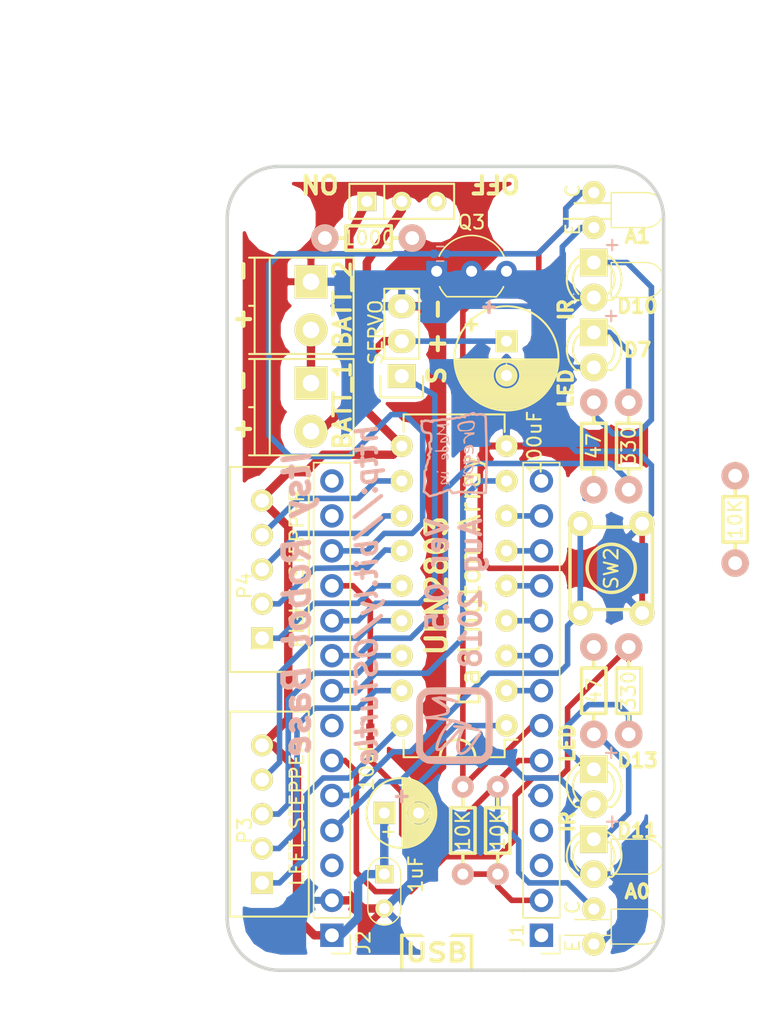
<source format=kicad_pcb>
(kicad_pcb (version 4) (host pcbnew 4.0.6)
  (title_block (title "Itsy Robot Board") (date 2018-04-28) (rev 0.3) (company www.MakersBox.us) (comment 1 "K. Olsen"))
  (layers (0 F.Cu signal) (31 B.Cu signal) (34 B.Paste user) (35 F.Paste user) (36 B.SilkS user) (37 F.SilkS user) (38 B.Mask user) (39 F.Mask user) (44 Edge.Cuts user))
  (net 0 "")
  (net 1 GND)
  (net 2 /D10)
  (net 3 /D11)
  (net 4 /D12)
  (net 5 /D13)
  (net 6 "Net-(P3-Pad2)")
  (net 7 "Net-(P3-Pad1)")
  (net 8 "Net-(P4-Pad2)")
  (net 9 "Net-(P4-Pad1)")
  (net 10 "Net-(P5-Pad2)")
  (net 11 "Net-(P6-Pad2)")
  (net 12 "Net-(P3-Pad3)")
  (net 13 "Net-(P3-Pad4)")
  (net 14 "Net-(P4-Pad3)")
  (net 15 "Net-(P4-Pad4)")
  (net 16 /A4)
  (net 17 /A5)
  (net 18 /A0)
  (net 19 /A1)
  (net 20 /D5)
  (net 21 "Net-(D2-Pad2)")
  (net 22 "Net-(D3-Pad2)")
  (net 23 "Net-(D4-Pad2)")
  (net 24 "Net-(D5-Pad2)")
  (net 25 /D9)
  (net 26 /A2)
  (net 27 /A3)
  (net 28 /BAT)
  (net 29 /RST)
  (net 30 +3V3)
  (net 31 "Net-(J1-Pad3)")
  (net 32 "Net-(J1-Pad4)")
  (net 33 /D15)
  (net 34 /D16)
  (net 35 /D14)
  (net 36 "Net-(J1-Pad14)")
  (net 37 /USB)
  (net 38 /D7)
  (net 39 /TX)
  (net 40 /RX)
  (net 41 /SCL)
  (net 42 "Net-(Q3-Pad2)")
  (net 43 "Net-(Q3-Pad1)")
  (module myFootPrints:PHOTOTRANS (layer F.Cu) (at 148.59 114.935 90)
    (fp_text reference Q2 hide)
    (fp_text value OPTO_NPN hide)
    (fp_text user E (at -1.397 -1.524 90) (layer F.SilkS))
    (fp_text user C (at 1.397 -1.524 90) (layer F.SilkS))
    (pad 1 thru_hole circle (at -1.27 0 90) (size 1.6764 1.6764) (drill 0.8128) (layers *.Cu *.Mask F.SilkS) (net 1 GND))
    (pad 3 thru_hole circle (at 1.27 0 135) (size 1.6764 1.6764) (drill 0.8128) (layers *.Cu *.Mask F.SilkS) (net 19 /A1))
  )
  (module LEDs:LED-3MM (layer F.Cu) (at 148.59 106.045 90)
    (fp_text reference D4 hide)
    (fp_text value LED)
    (pad 1 thru_hole circle (at 0 0 180) (size 2 2) (drill 1.00076) (layers *.Cu *.Mask F.SilkS) (net 1 GND))
    (pad 2 thru_hole rect (at 2.54 0 90) (size 2 2) (drill 1.00076) (layers *.Cu *.Mask F.SilkS) (net 23 "Net-(D4-Pad2)"))
  )
  (module library:JST_B5B-XH-A (layer F.Cu) (at 124.46 111.76 90)
    (fp_text reference P3 (at 3.81 -1.27 90) (layer F.SilkS))
    (fp_text value LEFT_STEPPER (at 5.08 2.54 90) (layer F.SilkS))
    (pad 1 thru_hole rect (at 0 0 90) (size 1.6 1.6) (drill 1) (layers *.Cu *.Mask F.SilkS) (net 7 "Net-(P3-Pad1)"))
    (pad 2 thru_hole circle (at 2.5 0 90) (size 1.6 1.6) (drill 1) (layers *.Cu *.Mask F.SilkS) (net 6 "Net-(P3-Pad2)"))
    (pad 3 thru_hole circle (at 5 0 90) (size 1.6 1.6) (drill 1) (layers *.Cu *.Mask F.SilkS) (net 12 "Net-(P3-Pad3)"))
    (pad 4 thru_hole circle (at 7.5 0 90) (size 1.6 1.6) (drill 1) (layers *.Cu *.Mask F.SilkS) (net 13 "Net-(P3-Pad4)"))
    (pad 5 thru_hole circle (at 10 0 90) (size 1.6 1.6) (drill 1) (layers *.Cu *.Mask F.SilkS) (net 28 /BAT))
  )
  (module Capacitors_ThroughHole:C_Radial_D5_L11_P2.5 (layer F.Cu) (at 133.35 106.68)
    (fp_text reference C2 hide)
    (fp_text value 10uF (at -1.27 -3.429 90) (layer F.SilkS))
    (fp_text user + (at 0.3 1.3) (layer F.SilkS))
    (pad 1 thru_hole rect (at 0 0) (size 1.6 1.6) (drill 0.8) (layers *.Cu *.Mask F.SilkS) (net 28 /BAT))
    (pad 2 thru_hole circle (at 2.5 0) (size 1.6 1.6) (drill 0.8) (layers *.Cu *.Mask F.SilkS) (net 1 GND))
  )
  (module Pin_Headers:Pin_Header_Straight_1x14_Pitch2.54mm (layer F.Cu) (at 144.78 115.57 180)
    (fp_text reference J1 (at 1.778 0 270) (layer F.SilkS))
    (fp_text value Isty_Left)
    (pad 1 thru_hole rect (at 0 0 180) (size 1.7 1.7) (drill 1) (layers *.Cu *.Mask) (net 29 /RST))
    (pad 2 thru_hole oval (at 0 2.54 180) (size 1.7 1.7) (drill 1) (layers *.Cu *.Mask) (net 30 +3V3))
    (pad 3 thru_hole oval (at 0 5.08 180) (size 1.7 1.7) (drill 1) (layers *.Cu *.Mask) (net 31 "Net-(J1-Pad3)"))
    (pad 4 thru_hole oval (at 0 7.62 180) (size 1.7 1.7) (drill 1) (layers *.Cu *.Mask) (net 32 "Net-(J1-Pad4)"))
    (pad 5 thru_hole oval (at 0 10.16 180) (size 1.7 1.7) (drill 1) (layers *.Cu *.Mask) (net 18 /A0))
    (pad 6 thru_hole oval (at 0 12.7 180) (size 1.7 1.7) (drill 1) (layers *.Cu *.Mask) (net 19 /A1))
    (pad 7 thru_hole oval (at 0 15.24 180) (size 1.7 1.7) (drill 1) (layers *.Cu *.Mask) (net 26 /A2))
    (pad 8 thru_hole oval (at 0 17.78 180) (size 1.7 1.7) (drill 1) (layers *.Cu *.Mask) (net 27 /A3))
    (pad 9 thru_hole oval (at 0 20.32 180) (size 1.7 1.7) (drill 1) (layers *.Cu *.Mask) (net 16 /A4))
    (pad 10 thru_hole oval (at 0 22.86 180) (size 1.7 1.7) (drill 1) (layers *.Cu *.Mask) (net 17 /A5))
    (pad 11 thru_hole oval (at 0 25.4 180) (size 1.7 1.7) (drill 1) (layers *.Cu *.Mask) (net 33 /D15))
    (pad 12 thru_hole oval (at 0 27.94 180) (size 1.7 1.7) (drill 1) (layers *.Cu *.Mask) (net 34 /D16))
    (pad 13 thru_hole oval (at 0 30.48 180) (size 1.7 1.7) (drill 1) (layers *.Cu *.Mask) (net 35 /D14))
    (pad 14 thru_hole oval (at 0 33.02 180) (size 1.7 1.7) (drill 1) (layers *.Cu *.Mask) (net 36 "Net-(J1-Pad14)"))
  )
  (module Capacitors_ThroughHole:C_Disc_D3_P2.5 (layer F.Cu) (at 133.35 111.125 270)
    (fp_text reference C3 hide)
    (fp_text value 1uF (at 0 -2.286 450) (layer F.SilkS))
    (pad 1 thru_hole rect (at 0 0 270) (size 1.3 1.3) (drill 0.8) (layers *.Cu *.Mask F.SilkS) (net 28 /BAT))
    (pad 2 thru_hole circle (at 2.5 0 270) (size 1.3 1.3) (drill 0.8001) (layers *.Cu *.Mask F.SilkS) (net 1 GND))
  )
  (module Housings_DIP:DIP-18_W7.62mm (layer F.Cu) (at 142.24 100.33 180)
    (fp_text reference U1 hide)
    (fp_text value ULN2803 (at 5.08 10.16 270) (layer F.SilkS) (effects (font (size 1.5 1.5) (thickness 0.3))))
    (pad 1 thru_hole oval (at 0 0 180) (size 1.6 1.6) (drill 0.8) (layers *.Cu *.Mask F.SilkS) (net 5 /D13))
    (pad 2 thru_hole oval (at 0 2.54 180) (size 1.6 1.6) (drill 0.8) (layers *.Cu *.Mask F.SilkS) (net 27 /A3))
    (pad 3 thru_hole oval (at 0 5.08 180) (size 1.6 1.6) (drill 0.8) (layers *.Cu *.Mask F.SilkS) (net 16 /A4))
    (pad 4 thru_hole oval (at 0 7.62 180) (size 1.6 1.6) (drill 0.8) (layers *.Cu *.Mask F.SilkS) (net 17 /A5))
    (pad 5 thru_hole oval (at 0 10.16 180) (size 1.6 1.6) (drill 0.8) (layers *.Cu *.Mask F.SilkS) (net 33 /D15))
    (pad 6 thru_hole oval (at 0 12.7 180) (size 1.6 1.6) (drill 0.8) (layers *.Cu *.Mask F.SilkS) (net 34 /D16))
    (pad 7 thru_hole oval (at 0 15.24 180) (size 1.6 1.6) (drill 0.8) (layers *.Cu *.Mask F.SilkS) (net 35 /D14))
    (pad 8 thru_hole oval (at 0 17.78 180) (size 1.6 1.6) (drill 0.8) (layers *.Cu *.Mask F.SilkS) (net 25 /D9))
    (pad 9 thru_hole oval (at 0 20.32 180) (size 1.6 1.6) (drill 0.8) (layers *.Cu *.Mask F.SilkS) (net 1 GND))
    (pad 10 thru_hole oval (at 7.62 20.32 180) (size 1.6 1.6) (drill 0.8) (layers *.Cu *.Mask F.SilkS) (net 28 /BAT))
    (pad 11 thru_hole oval (at 7.62 17.78 180) (size 1.6 1.6) (drill 0.8) (layers *.Cu *.Mask F.SilkS) (net 15 "Net-(P4-Pad4)"))
    (pad 12 thru_hole oval (at 7.62 15.24 180) (size 1.6 1.6) (drill 0.8) (layers *.Cu *.Mask F.SilkS) (net 14 "Net-(P4-Pad3)"))
    (pad 13 thru_hole oval (at 7.62 12.7 180) (size 1.6 1.6) (drill 0.8) (layers *.Cu *.Mask F.SilkS) (net 8 "Net-(P4-Pad2)"))
    (pad 14 thru_hole oval (at 7.62 10.16 180) (size 1.6 1.6) (drill 0.8) (layers *.Cu *.Mask F.SilkS) (net 9 "Net-(P4-Pad1)"))
    (pad 15 thru_hole oval (at 7.62 7.62 180) (size 1.6 1.6) (drill 0.8) (layers *.Cu *.Mask F.SilkS) (net 13 "Net-(P3-Pad4)"))
    (pad 16 thru_hole oval (at 7.62 5.08 180) (size 1.6 1.6) (drill 0.8) (layers *.Cu *.Mask F.SilkS) (net 12 "Net-(P3-Pad3)"))
    (pad 17 thru_hole oval (at 7.62 2.54 180) (size 1.6 1.6) (drill 0.8) (layers *.Cu *.Mask F.SilkS) (net 6 "Net-(P3-Pad2)"))
    (pad 18 thru_hole oval (at 7.62 0 180) (size 1.6 1.6) (drill 0.8) (layers *.Cu *.Mask F.SilkS) (net 7 "Net-(P3-Pad1)"))
  )
  (module library:JST_B5B-XH-A (layer F.Cu) (at 124.46 93.98 90)
    (fp_text reference P4 (at 3.81 -1.27 90) (layer F.SilkS))
    (fp_text value RIGHT_STEPPER (at 5.08 2.54 90) (layer F.SilkS))
    (pad 1 thru_hole rect (at 0 0 90) (size 1.6 1.6) (drill 1) (layers *.Cu *.Mask F.SilkS) (net 9 "Net-(P4-Pad1)"))
    (pad 2 thru_hole circle (at 2.5 0 90) (size 1.6 1.6) (drill 1) (layers *.Cu *.Mask F.SilkS) (net 8 "Net-(P4-Pad2)"))
    (pad 3 thru_hole circle (at 5 0 90) (size 1.6 1.6) (drill 1) (layers *.Cu *.Mask F.SilkS) (net 14 "Net-(P4-Pad3)"))
    (pad 4 thru_hole circle (at 7.5 0 90) (size 1.6 1.6) (drill 1) (layers *.Cu *.Mask F.SilkS) (net 15 "Net-(P4-Pad4)"))
    (pad 5 thru_hole circle (at 10 0 90) (size 1.6 1.6) (drill 1) (layers *.Cu *.Mask F.SilkS) (net 28 /BAT))
  )
  (module myFootPrints:Lego_Pad (layer F.Cu) (at 137.16 114.3)
    (fp_text reference P9 hide)
    (fp_text value CONN_01X01 hide)
    (pad "" np_thru_hole circle (at 0 0) (size 3.25 3.25) (drill 3.25) (layers *.Cu *.Mask))
  )
  (module myFootPrints:Lego_Pad (layer F.Cu) (at 143.51 63.5)
    (fp_text reference P9 hide)
    (fp_text value CONN_01X01 hide)
    (pad "" np_thru_hole circle (at 0 0) (size 3.25 3.25) (drill 3.25) (layers *.Cu *.Mask))
  )
  (module myFootPrints:Lego_Pad (layer F.Cu) (at 125.73 63.5)
    (fp_text reference P9 hide)
    (fp_text value CONN_01X01 hide)
    (pad "" np_thru_hole circle (at 0 0) (size 3.25 3.25) (drill 3.25) (layers *.Cu *.Mask))
  )
  (module Capacitors_ThroughHole:C_Radial_D7.5_L11.2_P2.5 (layer F.Cu) (at 142.24 72.39 270)
    (fp_text reference C1 hide)
    (fp_text value 100uF (at 7.366 -2.032 450) (layer F.SilkS))
    (pad 2 thru_hole circle (at 2.5 0 270) (size 1.6 1.6) (drill 0.8) (layers *.Cu *.Mask F.SilkS) (net 1 GND))
    (pad 1 thru_hole rect (at 0 0 270) (size 1.6 1.6) (drill 0.8) (layers *.Cu *.Mask F.SilkS) (net 28 /BAT))
  )
  (module Pin_Headers:Pin_Header_Straight_1x03 (layer F.Cu) (at 134.62 74.93 180)
    (fp_text reference P7 hide)
    (fp_text value SERVO (at 1.905 3.175 270) (layer F.SilkS))
    (pad 1 thru_hole rect (at 0 0 180) (size 2.032 1.7272) (drill 1.016) (layers *.Cu *.Mask F.SilkS) (net 20 /D5))
    (pad 2 thru_hole oval (at 0 2.54 180) (size 2.032 1.7272) (drill 1.016) (layers *.Cu *.Mask F.SilkS) (net 28 /BAT))
    (pad 3 thru_hole oval (at 0 5.08 180) (size 2.032 1.7272) (drill 1.016) (layers *.Cu *.Mask F.SilkS) (net 1 GND))
  )
  (module myFootPrints:SW_Micro_SPST (layer F.Cu) (at 134.62 62.23)
    (fp_text reference SW1 hide)
    (fp_text value SPST)
    (pad 1 thru_hole rect (at -2.54 0) (size 1.397 1.397) (drill 0.8128) (layers *.Cu *.Mask F.SilkS) (net 11 "Net-(P6-Pad2)"))
    (pad 2 thru_hole circle (at 0 0) (size 1.397 1.397) (drill 0.8128) (layers *.Cu *.Mask F.SilkS) (net 28 /BAT))
    (pad 3 thru_hole circle (at 2.54 0) (size 1.397 1.397) (drill 0.8128) (layers *.Cu *.Mask F.SilkS))
  )
  (module myFootPrints:MadeInOregonRev25 (layer F.Cu) (at 138.43 80.645 90)
    (fp_text reference VAL hide)
    (fp_text value MadeInOregonRev25 hide)
  )
  (module myFootPrints:MB225rev (layer F.Cu) (at 138.43 100.33 90)
    (fp_text reference VAL hide)
    (fp_text value MB225rev hide)
  )
  (module Terminal_Blocks:TerminalBlock_Pheonix_PT-3.5mm_2pol (layer F.Cu) (at 128.016 68.072 270)
    (fp_text reference P5 hide)
    (fp_text value BATT1)
    (pad 2 thru_hole circle (at 3.5 0 270) (size 2.4 2.4) (drill 1.2) (layers *.Cu *.Mask F.SilkS) (net 10 "Net-(P5-Pad2)"))
    (pad 1 thru_hole rect (at 0 0 270) (size 2.4 2.4) (drill 1.2) (layers *.Cu *.Mask F.SilkS) (net 1 GND))
  )
  (module Terminal_Blocks:TerminalBlock_Pheonix_PT-3.5mm_2pol (layer F.Cu) (at 128.016 75.438 270)
    (fp_text reference P6 hide)
    (fp_text value BATT2)
    (pad 2 thru_hole circle (at 3.5 0 270) (size 2.4 2.4) (drill 1.2) (layers *.Cu *.Mask F.SilkS) (net 11 "Net-(P6-Pad2)"))
    (pad 1 thru_hole rect (at 0 0 270) (size 2.4 2.4) (drill 1.2) (layers *.Cu *.Mask F.SilkS) (net 10 "Net-(P5-Pad2)"))
  )
  (module LEDs:LED-3MM (layer F.Cu) (at 148.59 74.295 90)
    (fp_text reference D3 hide)
    (fp_text value LED)
    (pad 1 thru_hole circle (at 0 0 180) (size 2 2) (drill 1.00076) (layers *.Cu *.Mask F.SilkS) (net 1 GND))
    (pad 2 thru_hole rect (at 2.54 0 90) (size 2 2) (drill 1.00076) (layers *.Cu *.Mask F.SilkS) (net 22 "Net-(D3-Pad2)"))
  )
  (module myFootPrints:Resistor_Horz (layer F.Cu) (at 148.59 97.79 270)
    (fp_text reference R2)
    (fp_text value 47 (at 0 0 270) (layer F.SilkS))
    (pad 1 thru_hole circle (at -3.175 0 270) (size 1.99898 1.99898) (drill 1.00076) (layers *.Cu *.SilkS *.Mask) (net 43 "Net-(Q3-Pad1)"))
    (pad 2 thru_hole circle (at 3.175 0 270) (size 1.99898 1.99898) (drill 1.00076) (layers *.Cu *.SilkS *.Mask) (net 21 "Net-(D2-Pad2)"))
  )
  (module myFootPrints:Resistor_Horz (layer F.Cu) (at 151.13 80.01 90)
    (fp_text reference R3)
    (fp_text value 330 (at 0 0 90) (layer F.SilkS))
    (pad 1 thru_hole circle (at -3.175 0 90) (size 1.99898 1.99898) (drill 1.00076) (layers *.Cu *.SilkS *.Mask) (net 38 /D7))
    (pad 2 thru_hole circle (at 3.175 0 90) (size 1.99898 1.99898) (drill 1.00076) (layers *.Cu *.SilkS *.Mask) (net 22 "Net-(D3-Pad2)"))
  )
  (module myFootPrints:Resistor_Horz (layer F.Cu) (at 151.13 97.79 270)
    (fp_text reference R4)
    (fp_text value 330 (at 0 0 270) (layer F.SilkS))
    (pad 1 thru_hole circle (at -3.175 0 270) (size 1.99898 1.99898) (drill 1.00076) (layers *.Cu *.SilkS *.Mask) (net 3 /D11))
    (pad 2 thru_hole circle (at 3.175 0 270) (size 1.99898 1.99898) (drill 1.00076) (layers *.Cu *.SilkS *.Mask) (net 23 "Net-(D4-Pad2)"))
  )
  (module myFootPrints:Resistor_Horz (layer F.Cu) (at 148.59 80.01 90)
    (fp_text reference R5)
    (fp_text value 47 (at 0 0 90) (layer F.SilkS))
    (pad 1 thru_hole circle (at -3.175 0 90) (size 1.99898 1.99898) (drill 1.00076) (layers *.Cu *.SilkS *.Mask) (net 43 "Net-(Q3-Pad1)"))
    (pad 2 thru_hole circle (at 3.175 0 90) (size 1.99898 1.99898) (drill 1.00076) (layers *.Cu *.SilkS *.Mask) (net 24 "Net-(D5-Pad2)"))
  )
  (module myFootPrints:Resistor_Horz (layer F.Cu) (at 141.605 107.95 90)
    (fp_text reference R6)
    (fp_text value 10K (at 0 0 90) (layer F.SilkS))
    (pad 1 thru_hole circle (at -3.175 0 90) (size 1.6 1.6) (drill 0.8) (layers *.Cu *.SilkS *.Mask) (net 30 +3V3))
    (pad 2 thru_hole circle (at 3.175 0 90) (size 1.6 1.6) (drill 0.8) (layers *.Cu *.SilkS *.Mask) (net 19 /A1))
  )
  (module myFootPrints:Resistor_Horz (layer F.Cu) (at 139.065 107.95 90)
    (fp_text reference R7)
    (fp_text value 10K (at 0 0 90) (layer F.SilkS))
    (pad 1 thru_hole circle (at -3.175 0 90) (size 1.6 1.6) (drill 0.8) (layers *.Cu *.SilkS *.Mask) (net 30 +3V3))
    (pad 2 thru_hole circle (at 3.175 0 90) (size 1.6 1.6) (drill 0.8) (layers *.Cu *.SilkS *.Mask) (net 26 /A2))
  )
  (module myFootPrints:SW_PUSH_SMALL (layer F.Cu) (at 149.86 88.9 90)
    (fp_text reference SW2 (at 0 0 90) (layer F.SilkS))
    (fp_text value SW_PUSH hide)
    (pad 1 thru_hole circle (at 3.25 -2.25 90) (size 1.8 1.8) (drill 1) (layers *.Cu *.Mask F.SilkS) (net 4 /D12))
    (pad 2 thru_hole circle (at 3.25 2.25 90) (size 1.8 1.8) (drill 1) (layers *.Cu *.Mask F.SilkS) (net 1 GND))
    (pad 1 thru_hole circle (at -3.25 -2.25 90) (size 1.8 1.8) (drill 1) (layers *.Cu *.Mask F.SilkS) (net 4 /D12))
    (pad 2 thru_hole circle (at -3.25 2.25 90) (size 1.8 1.8) (drill 1) (layers *.Cu *.Mask F.SilkS) (net 1 GND))
  )
  (module Pin_Headers:Pin_Header_Straight_1x14_Pitch2.54mm (layer F.Cu) (at 129.54 115.57 180)
    (fp_text reference J2 (at -2.286 -0.508 270) (layer F.SilkS))
    (fp_text value Itsy_right)
    (pad 1 thru_hole rect (at 0 0 180) (size 1.7 1.7) (drill 1) (layers *.Cu *.Mask) (net 28 /BAT))
    (pad 2 thru_hole oval (at 0 2.54 180) (size 1.7 1.7) (drill 1) (layers *.Cu *.Mask) (net 1 GND))
    (pad 3 thru_hole oval (at 0 5.08 180) (size 1.7 1.7) (drill 1) (layers *.Cu *.Mask) (net 37 /USB))
    (pad 4 thru_hole oval (at 0 7.62 180) (size 1.7 1.7) (drill 1) (layers *.Cu *.Mask) (net 5 /D13))
    (pad 5 thru_hole oval (at 0 10.16 180) (size 1.7 1.7) (drill 1) (layers *.Cu *.Mask) (net 4 /D12))
    (pad 6 thru_hole oval (at 0 12.7 180) (size 1.7 1.7) (drill 1) (layers *.Cu *.Mask) (net 3 /D11))
    (pad 7 thru_hole oval (at 0 15.24 180) (size 1.7 1.7) (drill 1) (layers *.Cu *.Mask) (net 2 /D10))
    (pad 8 thru_hole oval (at 0 17.78 180) (size 1.7 1.7) (drill 1) (layers *.Cu *.Mask) (net 25 /D9))
    (pad 9 thru_hole oval (at 0 20.32 180) (size 1.7 1.7) (drill 1) (layers *.Cu *.Mask) (net 38 /D7))
    (pad 10 thru_hole oval (at 0 22.86 180) (size 1.7 1.7) (drill 1) (layers *.Cu *.Mask) (net 20 /D5))
    (pad 11 thru_hole oval (at 0 25.4 180) (size 1.7 1.7) (drill 1) (layers *.Cu *.Mask) (net 41 /SCL))
    (pad 12 thru_hole oval (at 0 27.94 180) (size 1.7 1.7) (drill 1) (layers *.Cu *.Mask) (net 26 /A2))
    (pad 13 thru_hole oval (at 0 30.48 180) (size 1.7 1.7) (drill 1) (layers *.Cu *.Mask) (net 39 /TX))
    (pad 14 thru_hole oval (at 0 33.02 180) (size 1.7 1.7) (drill 1) (layers *.Cu *.Mask) (net 40 /RX))
  )
  (module Resistors_SMD:R_0402 (layer B.Cu) (at 137.414 66.04 180)
    (fp_text reference R1 hide)
    (fp_text value 0)
    (pad 1 smd rect (at -0.45 0 180) (size 0.4 0.6) (layers B.Cu B.Paste B.Mask) (net 26 /A2))
    (pad 2 smd rect (at 0.45 0 180) (size 0.4 0.6) (layers B.Cu B.Paste B.Mask) (net 26 /A2))
  )
  (module Resistors_SMD:R_0402 (layer F.Cu) (at 132.334 100.838 270)
    (fp_text reference R8 hide)
    (fp_text value 0)
    (pad 1 smd rect (at -0.45 0 270) (size 0.4 0.6) (layers F.Cu F.Paste F.Mask) (net 41 /SCL))
    (pad 2 smd rect (at 0.45 0 270) (size 0.4 0.6) (layers F.Cu F.Paste F.Mask) (net 19 /A1))
  )
  (module library:LED-3MM_RA (layer F.Cu) (at 148.59 111.125 90)
    (fp_text reference D2 hide)
    (fp_text value IR_LED)
    (fp_text user + (at 3.81 1.27 90) (layer B.SilkS) (effects (justify mirror)))
    (fp_text user + (at 3.81 1.27 90) (layer F.SilkS))
    (pad 1 thru_hole circle (at 0 0 180) (size 2 2) (drill 1.00076) (layers *.Cu *.Mask F.SilkS) (net 1 GND))
    (pad 2 thru_hole rect (at 2.54 0 90) (size 2 2) (drill 1.00076) (layers *.Cu *.Mask F.SilkS) (net 21 "Net-(D2-Pad2)"))
  )
  (module library:LED-3MM_RA (layer F.Cu) (at 148.59 69.215 90)
    (fp_text reference D5 hide)
    (fp_text value "IR LED")
    (fp_text user + (at 3.81 1.27 90) (layer B.SilkS) (effects (justify mirror)))
    (fp_text user + (at 3.81 1.27 90) (layer F.SilkS))
    (pad 1 thru_hole circle (at 0 0 180) (size 2 2) (drill 1.00076) (layers *.Cu *.Mask F.SilkS) (net 1 GND))
    (pad 2 thru_hole rect (at 2.54 0 90) (size 2 2) (drill 1.00076) (layers *.Cu *.Mask F.SilkS) (net 24 "Net-(D5-Pad2)"))
  )
  (module library:PHOTOTRANS-RA (layer F.Cu) (at 148.59 62.865 90)
    (fp_text reference Q1 hide)
    (fp_text value OPTO_NPN hide)
    (fp_text user E (at -1.397 -1.524 90) (layer F.SilkS))
    (fp_text user C (at 1.397 -1.524 90) (layer F.SilkS))
    (pad 1 thru_hole circle (at -1.27 0 90) (size 1.6764 1.6764) (drill 0.8128) (layers *.Cu *.Mask F.SilkS) (net 1 GND))
    (pad 3 thru_hole circle (at 1.27 0 135) (size 1.6764 1.6764) (drill 0.8128) (layers *.Cu *.Mask F.SilkS) (net 26 /A2))
  )
  (module TO_SOT_Packages_THT:TO-92_Inline_Wide (layer F.Cu) (at 137.16 67.31)
    (fp_text reference Q3 (at 2.54 -3.56 180) (layer F.SilkS))
    (fp_text value 2N4401)
    (pad 2 thru_hole circle (at 2.54 0 90) (size 1.52 1.52) (drill 0.8) (layers *.Cu *.Mask) (net 42 "Net-(Q3-Pad2)"))
    (pad 3 thru_hole circle (at 5.08 0 90) (size 1.52 1.52) (drill 0.8) (layers *.Cu *.Mask) (net 30 +3V3))
    (pad 1 thru_hole rect (at 0 0 90) (size 1.52 1.52) (drill 0.8) (layers *.Cu *.Mask) (net 43 "Net-(Q3-Pad1)"))
  )
  (module library:Resistor_Horz (layer F.Cu) (at 132.207 64.897)
    (fp_text reference R9)
    (fp_text value 1000 (at 0 0) (layer F.SilkS))
    (pad 1 thru_hole circle (at -3.175 0) (size 1.99898 1.99898) (drill 1.00076) (layers *.Cu *.SilkS *.Mask) (net 42 "Net-(Q3-Pad2)"))
    (pad 2 thru_hole circle (at 3.175 0) (size 1.99898 1.99898) (drill 1.00076) (layers *.Cu *.SilkS *.Mask) (net 2 /D10))
  )
  (module library:Resistor_Horz (layer F.Cu) (at 158.877 85.344 90)
    (fp_text reference R10)
    (fp_text value 10K (at 0 0 90) (layer F.SilkS))
    (pad 1 thru_hole circle (at -3.175 0 90) (size 1.99898 1.99898) (drill 1.00076) (layers *.Cu *.SilkS *.Mask) (net 1 GND))
    (pad 2 thru_hole circle (at 3.175 0 90) (size 1.99898 1.99898) (drill 1.00076) (layers *.Cu *.SilkS *.Mask) (net 42 "Net-(Q3-Pad2)"))
  )
  (gr_text + (at 149.86 70.485) (layer F.SilkS) (effects (font (size 1 1))))
  (gr_text + (at 149.86 70.485) (layer B.SilkS) (effects (font (size 1 1))))
  (gr_text + (at 149.86 102.235) (layer B.SilkS) (effects (font (size 1 1))))
  (gr_text + (at 149.86 102.235) (layer F.SilkS) (effects (font (size 1 1))))
  (gr_line (start 139.7 115.57) (end 139.7 118.11) (angle 90) (layer F.SilkS) (width 0.254))
  (gr_line (start 136.525 115.57) (end 139.7 115.57) (angle 90) (layer F.SilkS) (width 0.254))
  (gr_line (start 134.62 115.57) (end 136.525 115.57) (angle 90) (layer F.SilkS) (width 0.254))
  (gr_line (start 134.62 118.11) (end 134.62 115.57) (angle 90) (layer F.SilkS) (width 0.254))
  (gr_text USB (at 137.16 116.84) (layer F.SilkS) (effects (font (size 1.27 1.5) (thickness 0.3))))
  (gr_text http://bit.ly/OSTurtle (at 132.08 90.805 90) (layer B.SilkS) (effects (font (size 1.5 1.5) (thickness 0.3) italic) (justify mirror)))
  (gr_text "Darlington Array" (at 139.573 89.789 90) (layer F.SilkS) (effects (font (size 1.5 1.5) (thickness 0.2))))
  (gr_text + (at 140.97 69.85) (layer B.SilkS) (effects (font (size 1 1) (thickness 0.25)) (justify mirror)))
  (gr_text + (at 134.62 105.41) (layer B.SilkS) (effects (font (size 1 1) (thickness 0.25)) (justify mirror)))
  (gr_text A1 (at 151.765 64.77) (layer F.SilkS) (effects (font (size 1 1) (thickness 0.25))))
  (gr_text D10 (at 151.765 69.85) (layer F.SilkS) (effects (font (size 1 1) (thickness 0.25))))
  (gr_text D7 (at 151.765 73.025) (layer F.SilkS) (effects (font (size 1 1) (thickness 0.25))))
  (gr_text D11 (at 151.765 107.95) (layer F.SilkS) (effects (font (size 1 1) (thickness 0.25))))
  (gr_text D13 (at 151.765 102.87) (layer F.SilkS) (effects (font (size 1 1) (thickness 0.25))))
  (gr_text A0 (at 151.765 112.395) (layer F.SilkS) (effects (font (size 1 1) (thickness 0.25))))
  (gr_line (start 148.59 59.69) (end 149.86 59.69) (angle 90) (layer Edge.Cuts) (width 0.254))
  (gr_line (start 148.59 118.11) (end 149.86 118.11) (angle 90) (layer Edge.Cuts) (width 0.254))
  (gr_text + (at 139.7 71.12) (layer F.SilkS) (effects (font (size 1.016 1.016) (thickness 0.254))))
  (gr_text LED (at 146.558 75.819 90) (layer F.SilkS) (effects (font (size 1.016 1.016) (thickness 0.254))))
  (gr_text IR (at 146.558 70.104 90) (layer F.SilkS) (effects (font (size 1.016 1.016) (thickness 0.254))))
  (gr_text LED (at 146.685 101.6 90) (layer F.SilkS) (effects (font (size 1.016 1.016) (thickness 0.254))))
  (gr_text IR (at 146.685 107.315 90) (layer F.SilkS) (effects (font (size 1.016 1.016) (thickness 0.254))))
  (gr_line (start 143.51 59.69) (end 148.59 59.69) (angle 90) (layer Edge.Cuts) (width 0.254))
  (gr_line (start 143.51 118.11) (end 148.59 118.11) (angle 90) (layer Edge.Cuts) (width 0.254))
  (gr_line (start 153.67 114.3) (end 153.67 63.5) (angle 90) (layer Edge.Cuts) (width 0.254))
  (gr_text "BATT_1 BATT_2" (at 130.302 73.406 90) (layer F.SilkS) (effects (font (size 1.25 1.25) (thickness 0.25))))
  (gr_text "Ver 0.5\nAug 2018" (at 138.43 85.09 90) (layer B.SilkS) (effects (font (size 1.5 1.5) (thickness 0.3)) (justify left mirror)))
  (gr_text "Itsy Robot Base" (at 127 91.44 90) (layer B.SilkS) (effects (font (size 1.85 1.85) (thickness 0.4) italic) (justify mirror)))
  (gr_text "S + -" (at 137.16 72.39 90) (layer F.SilkS) (effects (font (size 1.25 1.25) (thickness 0.3))))
  (gr_line (start 143.51 59.69) (end 125.73 59.69) (angle 90) (layer Edge.Cuts) (width 0.254))
  (gr_line (start 121.92 66.04) (end 121.92 63.5) (angle 90) (layer Edge.Cuts) (width 0.254))
  (gr_line (start 121.92 114.3) (end 121.92 113.03) (angle 90) (layer Edge.Cuts) (width 0.254))
  (gr_line (start 125.73 118.11) (end 143.51 118.11) (angle 90) (layer Edge.Cuts) (width 0.254))
  (gr_arc (start 149.86 114.3) (end 153.67 114.3) (angle 90) (layer Edge.Cuts) (width 0.254))
  (gr_arc (start 125.73 114.3) (end 125.73 118.11) (angle 90) (layer Edge.Cuts) (width 0.254))
  (gr_arc (start 149.86 63.5) (end 149.86 59.69) (angle 90) (layer Edge.Cuts) (width 0.254))
  (gr_arc (start 125.73 63.5) (end 121.92 63.5) (angle 90) (layer Edge.Cuts) (width 0.254))
  (gr_text "-  +   -  +" (at 123.19 73.025 270) (layer F.SilkS) (effects (font (size 1.27 1.27) (thickness 0.3))))
  (gr_text "OFF          ON" (at 135.255 60.96 180) (layer F.SilkS) (effects (font (size 1.27 1.27) (thickness 0.3))))
  (gr_line (start 121.92 113.03) (end 121.92 66.04) (angle 90) (layer Edge.Cuts) (width 0.254))
  (segment (start 134.62 69.85) (end 146.05 69.85) (width 0.4064) (layer B.Cu) (net 1))
  (segment (start 146.685 69.215) (end 148.59 69.215) (width 0.4064) (layer B.Cu) (net 1))
  (segment (start 146.05 69.85) (end 146.685 69.215) (width 0.4064) (layer B.Cu) (net 1))
  (segment (start 148.59 106.045) (end 147.955 106.045) (width 0.4064) (layer B.Cu) (net 1))
  (segment (start 147.955 106.045) (end 146.05 104.14) (width 0.4064) (layer B.Cu) (net 1))
  (segment (start 135.85 104.561) (end 135.85 106.68) (width 0.4064) (layer B.Cu) (net 1))
  (segment (start 137.414 102.997) (end 135.85 104.561) (width 0.4064) (layer B.Cu) (net 1))
  (segment (start 142.367 102.997) (end 137.414 102.997) (width 0.4064) (layer B.Cu) (net 1))
  (segment (start 143.51 104.14) (end 142.367 102.997) (width 0.4064) (layer B.Cu) (net 1))
  (segment (start 146.05 104.14) (end 143.51 104.14) (width 0.4064) (layer B.Cu) (net 1))
  (segment (start 148.59 116.205) (end 149.098 116.205) (width 0.4064) (layer B.Cu) (net 1))
  (segment (start 149.098 116.205) (end 150.495 114.808) (width 0.4064) (layer B.Cu) (net 1))
  (segment (start 150.495 114.808) (end 150.495 111.887) (width 0.4064) (layer B.Cu) (net 1))
  (segment (start 150.495 111.887) (end 149.733 111.125) (width 0.4064) (layer B.Cu) (net 1))
  (segment (start 149.733 111.125) (end 148.59 111.125) (width 0.4064) (layer B.Cu) (net 1))
  (segment (start 148.59 69.215) (end 147.701 69.215) (width 0.4064) (layer B.Cu) (net 1))
  (segment (start 147.701 69.215) (end 146.304 67.818) (width 0.4064) (layer B.Cu) (net 1))
  (segment (start 147.701 64.135) (end 148.59 64.135) (width 0.4064) (layer B.Cu) (net 1))
  (segment (start 146.304 65.532) (end 147.701 64.135) (width 0.4064) (layer B.Cu) (net 1))
  (segment (start 146.304 67.818) (end 146.304 65.532) (width 0.4064) (layer B.Cu) (net 1))
  (segment (start 147.066 74.295) (end 145.923 75.438) (width 0.4064) (layer B.Cu) (net 1))
  (segment (start 152.781 84.979) (end 152.11 85.65) (width 0.4064) (layer B.Cu) (net 1))
  (segment (start 152.781 81.407) (end 152.781 84.979) (width 0.4064) (layer B.Cu) (net 1))
  (segment (start 151.765 80.391) (end 152.781 81.407) (width 0.4064) (layer B.Cu) (net 1))
  (segment (start 147.32 80.391) (end 151.765 80.391) (width 0.4064) (layer B.Cu) (net 1))
  (segment (start 145.923 78.994) (end 147.32 80.391) (width 0.4064) (layer B.Cu) (net 1))
  (segment (start 145.923 75.438) (end 145.923 78.994) (width 0.4064) (layer B.Cu) (net 1))
  (segment (start 148.59 69.215) (end 147.955 69.215) (width 0.4064) (layer B.Cu) (net 1))
  (segment (start 147.955 69.215) (end 145.796 71.374) (width 0.4064) (layer B.Cu) (net 1))
  (segment (start 147.066 74.295) (end 148.59 74.295) (width 0.4064) (layer B.Cu) (net 1))
  (segment (start 145.796 73.025) (end 147.066 74.295) (width 0.4064) (layer B.Cu) (net 1))
  (segment (start 145.796 71.374) (end 145.796 73.025) (width 0.4064) (layer B.Cu) (net 1))
  (segment (start 148.59 111.125) (end 147.701 111.125) (width 0.4064) (layer B.Cu) (net 1))
  (segment (start 147.701 111.125) (end 146.685 110.109) (width 0.4064) (layer B.Cu) (net 1))
  (segment (start 147.447 106.045) (end 148.59 106.045) (width 0.4064) (layer B.Cu) (net 1))
  (segment (start 146.685 106.807) (end 147.447 106.045) (width 0.4064) (layer B.Cu) (net 1))
  (segment (start 146.685 110.109) (end 146.685 106.807) (width 0.4064) (layer B.Cu) (net 1))
  (segment (start 133.35 113.625) (end 131.659 113.625) (width 0.6096) (layer F.Cu) (net 1))
  (segment (start 131.064 113.03) (end 129.54 113.03) (width 0.6096) (layer F.Cu) (net 1))
  (segment (start 131.659 113.625) (end 131.064 113.03) (width 0.6096) (layer F.Cu) (net 1))
  (segment (start 152.11 92.15) (end 152.11 89.88) (width 0.4064) (layer F.Cu) (net 1))
  (segment (start 140.97 80.01) (end 142.24 80.01) (width 0.4064) (layer F.Cu) (net 1))
  (segment (start 140.335 80.645) (end 140.97 80.01) (width 0.4064) (layer F.Cu) (net 1))
  (segment (start 140.335 88.265) (end 140.335 80.645) (width 0.4064) (layer F.Cu) (net 1))
  (segment (start 140.97 88.9) (end 140.335 88.265) (width 0.4064) (layer F.Cu) (net 1))
  (segment (start 151.13 88.9) (end 140.97 88.9) (width 0.4064) (layer F.Cu) (net 1))
  (segment (start 152.11 89.88) (end 151.13 88.9) (width 0.4064) (layer F.Cu) (net 1))
  (segment (start 135.85 106.68) (end 135.85 104.18) (width 0.6096) (layer F.Cu) (net 1))
  (segment (start 135.89 69.85) (end 134.62 69.85) (width 0.6096) (layer F.Cu) (net 1))
  (segment (start 137.16 71.12) (end 135.89 69.85) (width 0.6096) (layer F.Cu) (net 1))
  (segment (start 137.16 102.87) (end 137.16 71.12) (width 0.6096) (layer F.Cu) (net 1))
  (segment (start 135.85 104.18) (end 137.16 102.87) (width 0.6096) (layer F.Cu) (net 1))
  (segment (start 152.035 85.725) (end 152.11 85.65) (width 0.4064) (layer F.Cu) (net 1))
  (segment (start 152.11 85.65) (end 152.11 92.15) (width 0.4064) (layer F.Cu) (net 1))
  (segment (start 133.35 113.625) (end 133.39 113.625) (width 0.6096) (layer B.Cu) (net 1))
  (segment (start 133.39 113.625) (end 135.85 111.165) (width 0.6096) (layer B.Cu) (net 1))
  (segment (start 135.85 111.165) (end 135.85 106.68) (width 0.6096) (layer B.Cu) (net 1))
  (segment (start 134.62 69.85) (end 132.715 69.85) (width 0.6096) (layer B.Cu) (net 1))
  (segment (start 132.715 69.85) (end 130.937 68.072) (width 0.6096) (layer B.Cu) (net 1))
  (segment (start 130.937 68.072) (end 128.016 68.072) (width 0.6096) (layer B.Cu) (net 1))
  (segment (start 142.24 80.01) (end 142.24 74.89) (width 0.4064) (layer B.Cu) (net 1))
  (segment (start 142.875 108.585) (end 142.875 105.41) (width 0.4064) (layer F.Cu) (net 3))
  (segment (start 131.318 110.998) (end 132.715 112.395) (width 0.4064) (layer F.Cu) (net 3))
  (segment (start 132.715 112.395) (end 135.255 112.395) (width 0.4064) (layer F.Cu) (net 3))
  (segment (start 135.255 112.395) (end 137.795 109.855) (width 0.4064) (layer F.Cu) (net 3))
  (segment (start 137.795 109.855) (end 141.605 109.855) (width 0.4064) (layer F.Cu) (net 3))
  (segment (start 141.605 109.855) (end 142.875 108.585) (width 0.4064) (layer F.Cu) (net 3))
  (segment (start 151.13 94.615) (end 146.685 99.06) (width 0.4064) (layer F.Cu) (net 3))
  (segment (start 130.4925 102.87) (end 129.54 102.87) (width 0.4064) (layer F.Cu) (net 3))
  (segment (start 131.318 103.6955) (end 130.4925 102.87) (width 0.4064) (layer F.Cu) (net 3))
  (segment (start 131.318 107.569) (end 131.318 103.6955) (width 0.4064) (layer F.Cu) (net 3))
  (segment (start 131.318 107.569) (end 131.318 110.998) (width 0.4064) (layer F.Cu) (net 3))
  (segment (start 146.685 103.505) (end 146.685 99.06) (width 0.4064) (layer F.Cu) (net 3))
  (segment (start 146.05 104.14) (end 146.685 103.505) (width 0.4064) (layer F.Cu) (net 3))
  (segment (start 144.145 104.14) (end 146.05 104.14) (width 0.4064) (layer F.Cu) (net 3))
  (segment (start 142.875 105.41) (end 144.145 104.14) (width 0.4064) (layer F.Cu) (net 3))
  (segment (start 151.13 94.615) (end 151.13 95.5675) (width 0.4064) (layer F.Cu) (net 3))
  (segment (start 147.61 92.15) (end 147.61 85.65) (width 0.4064) (layer B.Cu) (net 4))
  (segment (start 129.54 105.41) (end 130.81 105.41) (width 0.4064) (layer B.Cu) (net 4))
  (segment (start 146.685 93.075) (end 147.61 92.15) (width 0.4064) (layer B.Cu) (net 4))
  (segment (start 146.685 95.885) (end 146.685 93.075) (width 0.4064) (layer B.Cu) (net 4))
  (segment (start 146.05 96.52) (end 146.685 95.885) (width 0.4064) (layer B.Cu) (net 4))
  (segment (start 140.97 96.52) (end 146.05 96.52) (width 0.4064) (layer B.Cu) (net 4))
  (segment (start 135.255 102.235) (end 140.97 96.52) (width 0.4064) (layer B.Cu) (net 4))
  (segment (start 133.985 102.235) (end 135.255 102.235) (width 0.4064) (layer B.Cu) (net 4))
  (segment (start 130.81 105.41) (end 133.985 102.235) (width 0.4064) (layer B.Cu) (net 4))
  (segment (start 129.54 107.95) (end 133.096 104.394) (width 0.4064) (layer B.Cu) (net 5))
  (segment (start 138.557 100.33) (end 142.24 100.33) (width 0.4064) (layer B.Cu) (net 5))
  (segment (start 134.493 104.394) (end 138.557 100.33) (width 0.4064) (layer B.Cu) (net 5))
  (segment (start 133.096 104.394) (end 134.493 104.394) (width 0.4064) (layer B.Cu) (net 5))
  (segment (start 127 104.14) (end 127 107.95) (width 0.4064) (layer B.Cu) (net 6))
  (segment (start 134.62 97.79) (end 132.715 97.79) (width 0.4064) (layer B.Cu) (net 6))
  (segment (start 127 102.87) (end 127 104.14) (width 0.4064) (layer B.Cu) (net 6))
  (segment (start 127 100.33) (end 127 102.87) (width 0.4064) (layer B.Cu) (net 6))
  (segment (start 128.27 99.06) (end 127 100.33) (width 0.4064) (layer B.Cu) (net 6))
  (segment (start 131.445 99.06) (end 128.27 99.06) (width 0.4064) (layer B.Cu) (net 6))
  (segment (start 132.715 97.79) (end 131.445 99.06) (width 0.4064) (layer B.Cu) (net 6))
  (segment (start 125.69 109.26) (end 124.46 109.26) (width 0.4064) (layer B.Cu) (net 6))
  (segment (start 127 107.95) (end 125.69 109.26) (width 0.4064) (layer B.Cu) (net 6))
  (segment (start 130.81 104.14) (end 128.905 104.14) (width 0.4064) (layer B.Cu) (net 7))
  (segment (start 132.08 102.87) (end 130.81 104.14) (width 0.4064) (layer B.Cu) (net 7))
  (segment (start 134.62 100.33) (end 132.08 102.87) (width 0.4064) (layer B.Cu) (net 7))
  (segment (start 125.73 111.76) (end 124.46 111.76) (width 0.4064) (layer B.Cu) (net 7))
  (segment (start 127.635 109.855) (end 125.73 111.76) (width 0.4064) (layer B.Cu) (net 7))
  (segment (start 127.635 105.41) (end 127.635 109.855) (width 0.4064) (layer B.Cu) (net 7))
  (segment (start 128.27 104.775) (end 127.635 105.41) (width 0.4064) (layer B.Cu) (net 7))
  (segment (start 128.905 104.14) (end 128.27 104.775) (width 0.4064) (layer B.Cu) (net 7))
  (segment (start 124.46 91.48) (end 125.69 91.48) (width 0.4064) (layer B.Cu) (net 8))
  (segment (start 133.4135 87.5665) (end 134.62 87.63) (width 0.4064) (layer B.Cu) (net 8))
  (segment (start 132.1435 88.8365) (end 133.4135 87.5665) (width 0.4064) (layer B.Cu) (net 8))
  (segment (start 128.27 88.9) (end 132.1435 88.8365) (width 0.4064) (layer B.Cu) (net 8))
  (segment (start 125.69 91.48) (end 128.27 88.9) (width 0.4064) (layer B.Cu) (net 8))
  (segment (start 124.5 91.44) (end 124.46 91.48) (width 0.4064) (layer B.Cu) (net 8))
  (segment (start 124.5 91.44) (end 124.46 91.48) (width 0.4064) (layer B.Cu) (net 8))
  (segment (start 134.62 90.17) (end 132.715 90.17) (width 0.4064) (layer B.Cu) (net 9))
  (segment (start 125.73 93.98) (end 124.46 93.98) (width 0.4064) (layer B.Cu) (net 9))
  (segment (start 128.27 91.44) (end 125.73 93.98) (width 0.4064) (layer B.Cu) (net 9))
  (segment (start 131.445 91.44) (end 128.27 91.44) (width 0.4064) (layer B.Cu) (net 9))
  (segment (start 132.715 90.17) (end 131.445 91.44) (width 0.4064) (layer B.Cu) (net 9))
  (segment (start 128.016 71.572) (end 128.016 75.438) (width 0.6096) (layer F.Cu) (net 10))
  (segment (start 128.016 78.938) (end 128.707 78.938) (width 0.6096) (layer F.Cu) (net 11))
  (segment (start 128.707 78.938) (end 130.81 76.835) (width 0.6096) (layer F.Cu) (net 11))
  (segment (start 130.81 76.835) (end 130.81 64.77) (width 0.6096) (layer F.Cu) (net 11))
  (segment (start 130.81 64.77) (end 132.08 62.23) (width 0.6096) (layer F.Cu) (net 11))
  (segment (start 126.365 103.505) (end 126.365 106.045) (width 0.4064) (layer B.Cu) (net 12))
  (segment (start 126.365 102.235) (end 126.365 103.505) (width 0.4064) (layer B.Cu) (net 12))
  (segment (start 125.65 106.76) (end 124.46 106.76) (width 0.4064) (layer B.Cu) (net 12))
  (segment (start 126.365 106.045) (end 125.65 106.76) (width 0.4064) (layer B.Cu) (net 12))
  (segment (start 124.46 106.68) (end 124.46 106.72) (width 0.4064) (layer B.Cu) (net 12))
  (segment (start 124.46 106.68) (end 124.46 106.72) (width 0.4064) (layer B.Cu) (net 12))
  (segment (start 127.635 97.155) (end 126.365 98.425) (width 0.4064) (layer B.Cu) (net 12))
  (segment (start 132.715 95.25) (end 131.445 96.52) (width 0.4064) (layer B.Cu) (net 12))
  (segment (start 131.445 96.52) (end 128.27 96.52) (width 0.4064) (layer B.Cu) (net 12))
  (segment (start 128.27 96.52) (end 127.635 97.155) (width 0.4064) (layer B.Cu) (net 12))
  (segment (start 134.62 95.25) (end 132.715 95.25) (width 0.4064) (layer B.Cu) (net 12))
  (segment (start 126.365 98.425) (end 126.365 102.235) (width 0.4064) (layer B.Cu) (net 12))
  (segment (start 126.365 102.235) (end 126.365 102.315) (width 0.4064) (layer B.Cu) (net 12))
  (segment (start 125.73 100.965) (end 125.73 102.99) (width 0.4064) (layer B.Cu) (net 13))
  (segment (start 125.73 96.52) (end 125.73 99.695) (width 0.4064) (layer B.Cu) (net 13))
  (segment (start 125.73 99.695) (end 125.73 100.965) (width 0.4064) (layer B.Cu) (net 13))
  (segment (start 134.62 92.71) (end 132.715 92.71) (width 0.4064) (layer B.Cu) (net 13))
  (segment (start 126.365 95.885) (end 125.73 96.52) (width 0.4064) (layer B.Cu) (net 13))
  (segment (start 125.73 102.99) (end 124.46 104.26) (width 0.4064) (layer B.Cu) (net 13))
  (segment (start 124.46 104.14) (end 124.46 104.22) (width 0.4064) (layer B.Cu) (net 13))
  (segment (start 128.27 93.98) (end 126.365 95.885) (width 0.4064) (layer B.Cu) (net 13))
  (segment (start 131.445 93.98) (end 128.27 93.98) (width 0.4064) (layer B.Cu) (net 13))
  (segment (start 132.715 92.71) (end 131.445 93.98) (width 0.4064) (layer B.Cu) (net 13))
  (segment (start 134.62 85.09) (end 133.35 85.09) (width 0.4064) (layer B.Cu) (net 14))
  (segment (start 127.08 86.36) (end 124.46 88.98) (width 0.4064) (layer B.Cu) (net 14))
  (segment (start 132.08 86.36) (end 127.08 86.36) (width 0.4064) (layer B.Cu) (net 14))
  (segment (start 133.35 85.09) (end 132.08 86.36) (width 0.4064) (layer B.Cu) (net 14))
  (segment (start 134.62 82.55) (end 132.715 82.55) (width 0.4064) (layer B.Cu) (net 15))
  (segment (start 127.12 83.82) (end 124.46 86.48) (width 0.4064) (layer B.Cu) (net 15))
  (segment (start 131.445 83.82) (end 127.12 83.82) (width 0.4064) (layer B.Cu) (net 15))
  (segment (start 132.715 82.55) (end 131.445 83.82) (width 0.4064) (layer B.Cu) (net 15))
  (segment (start 142.24 95.25) (end 144.78 95.25) (width 0.4064) (layer B.Cu) (net 16))
  (segment (start 142.24 92.71) (end 144.78 92.71) (width 0.4064) (layer B.Cu) (net 17))
  (segment (start 144.78 105.41) (end 144.018 105.41) (width 0.4064) (layer B.Cu) (net 18))
  (segment (start 144.78 105.41) (end 144.907 105.41) (width 0.4064) (layer F.Cu) (net 18))
  (segment (start 132.334 102.87) (end 132.334 101.288) (width 0.4064) (layer F.Cu) (net 19))
  (segment (start 134.62 105.156) (end 132.334 102.87) (width 0.4064) (layer F.Cu) (net 19))
  (segment (start 141.605 104.775) (end 141.605 104.394) (width 0.4064) (layer F.Cu) (net 19))
  (segment (start 141.605 104.394) (end 143.129 102.87) (width 0.4064) (layer F.Cu) (net 19))
  (segment (start 143.129 102.87) (end 144.78 102.87) (width 0.4064) (layer F.Cu) (net 19))
  (segment (start 141.605 104.775) (end 141.605 107.188) (width 0.4064) (layer B.Cu) (net 19))
  (segment (start 146.685 111.76) (end 148.59 113.665) (width 0.4064) (layer B.Cu) (net 19))
  (segment (start 143.891 111.76) (end 146.685 111.76) (width 0.4064) (layer B.Cu) (net 19))
  (segment (start 143.129 110.998) (end 143.891 111.76) (width 0.4064) (layer B.Cu) (net 19))
  (segment (start 143.129 108.712) (end 143.129 110.998) (width 0.4064) (layer B.Cu) (net 19))
  (segment (start 141.605 107.188) (end 143.129 108.712) (width 0.4064) (layer B.Cu) (net 19))
  (segment (start 141.605 104.775) (end 141.351 104.775) (width 0.4064) (layer F.Cu) (net 19))
  (segment (start 141.351 104.775) (end 137.414 108.712) (width 0.4064) (layer F.Cu) (net 19))
  (segment (start 137.414 108.712) (end 135.128 108.712) (width 0.4064) (layer F.Cu) (net 19))
  (segment (start 135.128 108.712) (end 134.62 108.204) (width 0.4064) (layer F.Cu) (net 19))
  (segment (start 134.62 108.204) (end 134.62 105.156) (width 0.4064) (layer F.Cu) (net 19))
  (segment (start 129.54 92.71) (end 131.445 92.71) (width 0.4064) (layer B.Cu) (net 20))
  (segment (start 137.033 76.327) (end 134.62 74.93) (width 0.4064) (layer B.Cu) (net 20))
  (segment (start 137.033 90.297) (end 137.033 76.327) (width 0.4064) (layer B.Cu) (net 20))
  (segment (start 135.89 91.44) (end 137.033 90.297) (width 0.4064) (layer B.Cu) (net 20))
  (segment (start 132.715 91.44) (end 135.89 91.44) (width 0.4064) (layer B.Cu) (net 20))
  (segment (start 131.445 92.71) (end 132.715 91.44) (width 0.4064) (layer B.Cu) (net 20))
  (segment (start 129.54 92.71) (end 129.54 92.075) (width 0.4064) (layer B.Cu) (net 20))
  (segment (start 149.225 108.585) (end 151.13 106.68) (width 0.4064) (layer B.Cu) (net 21))
  (segment (start 151.13 103.251) (end 148.844 100.965) (width 0.4064) (layer B.Cu) (net 21))
  (segment (start 151.13 106.68) (end 151.13 103.251) (width 0.4064) (layer B.Cu) (net 21))
  (segment (start 148.59 108.585) (end 149.225 108.585) (width 0.4064) (layer B.Cu) (net 21))
  (segment (start 148.844 100.965) (end 148.59 100.965) (width 0.4064) (layer B.Cu) (net 21))
  (segment (start 151.13 76.835) (end 151.13 73.152) (width 0.4064) (layer B.Cu) (net 22))
  (segment (start 149.733 71.755) (end 148.59 71.755) (width 0.4064) (layer B.Cu) (net 22))
  (segment (start 151.13 73.152) (end 149.733 71.755) (width 0.4064) (layer B.Cu) (net 22))
  (segment (start 148.59 103.505) (end 148.082 103.505) (width 0.4064) (layer B.Cu) (net 23))
  (segment (start 148.082 103.505) (end 146.558 101.981) (width 0.4064) (layer B.Cu) (net 23))
  (segment (start 146.558 101.981) (end 146.558 100.457) (width 0.4064) (layer B.Cu) (net 23))
  (segment (start 146.558 100.457) (end 148.209 98.806) (width 0.4064) (layer B.Cu) (net 23))
  (segment (start 148.209 98.806) (end 150.368 98.806) (width 0.4064) (layer B.Cu) (net 23))
  (segment (start 150.368 98.806) (end 151.13 99.568) (width 0.4064) (layer B.Cu) (net 23))
  (segment (start 151.13 99.568) (end 151.13 100.965) (width 0.4064) (layer B.Cu) (net 23))
  (segment (start 148.59 76.835) (end 148.59 77.724) (width 0.4064) (layer B.Cu) (net 24))
  (segment (start 148.59 77.724) (end 149.987 79.121) (width 0.4064) (layer B.Cu) (net 24))
  (segment (start 149.987 79.121) (end 151.765 79.121) (width 0.4064) (layer B.Cu) (net 24))
  (segment (start 151.765 79.121) (end 152.781 78.105) (width 0.4064) (layer B.Cu) (net 24))
  (segment (start 152.781 78.105) (end 152.781 68.453) (width 0.4064) (layer B.Cu) (net 24))
  (segment (start 152.781 68.453) (end 151.003 66.675) (width 0.4064) (layer B.Cu) (net 24))
  (segment (start 151.003 66.675) (end 148.59 66.675) (width 0.4064) (layer B.Cu) (net 24))
  (segment (start 129.54 97.79) (end 131.445 97.79) (width 0.4064) (layer B.Cu) (net 25))
  (segment (start 140.335 82.55) (end 142.24 82.55) (width 0.4064) (layer B.Cu) (net 25))
  (segment (start 139.065 83.82) (end 140.335 82.55) (width 0.4064) (layer B.Cu) (net 25))
  (segment (start 139.065 93.98) (end 139.065 83.82) (width 0.4064) (layer B.Cu) (net 25))
  (segment (start 136.525 96.52) (end 139.065 93.98) (width 0.4064) (layer B.Cu) (net 25))
  (segment (start 132.715 96.52) (end 136.525 96.52) (width 0.4064) (layer B.Cu) (net 25))
  (segment (start 131.445 97.79) (end 132.715 96.52) (width 0.4064) (layer B.Cu) (net 25))
  (segment (start 144.5895 65.9765) (end 144.5895 67.8815) (width 0.4064) (layer F.Cu) (net 26))
  (segment (start 139.065 70.485) (end 139.065 104.775) (width 0.4064) (layer F.Cu) (net 26))
  (segment (start 139.065 70.231) (end 139.065 70.485) (width 0.4064) (layer F.Cu) (net 26))
  (segment (start 140.335 68.961) (end 139.065 70.231) (width 0.4064) (layer F.Cu) (net 26))
  (segment (start 143.51 68.961) (end 140.335 68.961) (width 0.4064) (layer F.Cu) (net 26))
  (segment (start 144.5895 67.8815) (end 143.51 68.961) (width 0.4064) (layer F.Cu) (net 26))
  (segment (start 144.78 100.33) (end 144.145 100.33) (width 0.4064) (layer F.Cu) (net 26))
  (segment (start 144.145 100.33) (end 141.605 102.87) (width 0.4064) (layer F.Cu) (net 26))
  (segment (start 140.97 102.87) (end 139.065 104.775) (width 0.4064) (layer F.Cu) (net 26))
  (segment (start 141.605 102.87) (end 140.97 102.87) (width 0.4064) (layer F.Cu) (net 26))
  (segment (start 129.54 87.63) (end 132.08 87.63) (width 0.4064) (layer B.Cu) (net 26))
  (segment (start 125.73 66.04) (end 124.968 66.802) (width 0.4064) (layer B.Cu) (net 26))
  (segment (start 124.968 66.802) (end 124.968 79.248) (width 0.4064) (layer B.Cu) (net 26))
  (segment (start 124.968 79.248) (end 126.492 80.772) (width 0.4064) (layer B.Cu) (net 26))
  (segment (start 126.492 80.772) (end 130.81 80.772) (width 0.4064) (layer B.Cu) (net 26))
  (segment (start 130.81 80.772) (end 133.858 77.724) (width 0.4064) (layer B.Cu) (net 26))
  (segment (start 133.858 77.724) (end 134.874 77.724) (width 0.4064) (layer B.Cu) (net 26))
  (segment (start 134.874 77.724) (end 136.144 78.994) (width 0.4064) (layer B.Cu) (net 26))
  (segment (start 136.144 78.994) (end 136.144 85.598) (width 0.4064) (layer B.Cu) (net 26))
  (segment (start 136.144 85.598) (end 135.382 86.36) (width 0.4064) (layer B.Cu) (net 26))
  (segment (start 135.382 86.36) (end 133.35 86.36) (width 0.4064) (layer B.Cu) (net 26))
  (segment (start 125.73 66.04) (end 136.964 66.04) (width 0.4064) (layer B.Cu) (net 26))
  (segment (start 133.35 86.36) (end 132.08 87.63) (width 0.4064) (layer B.Cu) (net 26))
  (segment (start 137.864 66.04) (end 144.526 66.04) (width 0.4064) (layer B.Cu) (net 26))
  (segment (start 147.701 61.595) (end 148.59 61.595) (width 0.4064) (layer B.Cu) (net 26))
  (segment (start 147.701 61.595) (end 146.558 62.738) (width 0.4064) (layer B.Cu) (net 26))
  (segment (start 146.558 62.738) (end 146.558 64.008) (width 0.4064) (layer B.Cu) (net 26))
  (segment (start 146.558 64.008) (end 144.526 66.04) (width 0.4064) (layer B.Cu) (net 26))
  (segment (start 137.864 66.04) (end 136.964 66.04) (width 0.4064) (layer B.Cu) (net 26))
  (segment (start 148.59 61.595) (end 147.701 61.595) (width 0.4064) (layer F.Cu) (net 26))
  (segment (start 147.701 61.595) (end 146.558 62.738) (width 0.4064) (layer F.Cu) (net 26))
  (segment (start 139.065 104.775) (end 139.065 104.14) (width 0.4064) (layer F.Cu) (net 26))
  (segment (start 147.955 61.595) (end 148.59 61.595) (width 0.4064) (layer F.Cu) (net 26))
  (segment (start 146.558 62.738) (end 146.558 64.008) (width 0.4064) (layer F.Cu) (net 26))
  (segment (start 146.558 64.008) (end 144.5895 65.9765) (width 0.4064) (layer F.Cu) (net 26))
  (segment (start 144.5895 65.9765) (end 144.526 66.04) (width 0.4064) (layer F.Cu) (net 26))
  (segment (start 142.24 97.79) (end 144.78 97.79) (width 0.4064) (layer B.Cu) (net 27))
  (segment (start 134.62 72.39) (end 142.24 72.39) (width 0.4064) (layer B.Cu) (net 28))
  (segment (start 124.46 101.76) (end 125.255 101.76) (width 0.6096) (layer F.Cu) (net 28))
  (segment (start 125.255 101.76) (end 127 103.505) (width 0.6096) (layer F.Cu) (net 28))
  (segment (start 128.27 115.57) (end 129.54 115.57) (width 0.6096) (layer F.Cu) (net 28))
  (segment (start 127 114.3) (end 128.27 115.57) (width 0.6096) (layer F.Cu) (net 28))
  (segment (start 127 103.505) (end 127 114.3) (width 0.6096) (layer F.Cu) (net 28))
  (segment (start 124.46 101.76) (end 124.62 101.76) (width 0.6096) (layer F.Cu) (net 28))
  (segment (start 126.365 97.79) (end 126.365 99.855) (width 0.6096) (layer F.Cu) (net 28))
  (segment (start 126.365 97.79) (end 126.365 85.885) (width 0.6096) (layer F.Cu) (net 28))
  (segment (start 124.46 83.98) (end 126.365 85.885) (width 0.6096) (layer F.Cu) (net 28))
  (segment (start 126.365 99.855) (end 124.46 101.76) (width 0.6096) (layer F.Cu) (net 28))
  (segment (start 124.46 83.98) (end 124.46 83.82) (width 0.6096) (layer F.Cu) (net 28))
  (segment (start 124.46 83.82) (end 126.365 81.915) (width 0.6096) (layer F.Cu) (net 28))
  (segment (start 133.985 80.645) (end 134.62 80.01) (width 0.6096) (layer F.Cu) (net 28))
  (segment (start 128.905 80.645) (end 133.985 80.645) (width 0.6096) (layer F.Cu) (net 28))
  (segment (start 127.635 81.915) (end 128.905 80.645) (width 0.6096) (layer F.Cu) (net 28))
  (segment (start 126.365 81.915) (end 127.635 81.915) (width 0.6096) (layer F.Cu) (net 28))
  (segment (start 133.35 111.125) (end 133.35 106.68) (width 0.6096) (layer B.Cu) (net 28))
  (segment (start 129.54 115.57) (end 130.175 115.57) (width 0.6096) (layer B.Cu) (net 28))
  (segment (start 130.175 115.57) (end 131.445 114.3) (width 0.6096) (layer B.Cu) (net 28))
  (segment (start 132.08 111.125) (end 133.35 111.125) (width 0.6096) (layer B.Cu) (net 28))
  (segment (start 131.445 111.76) (end 132.08 111.125) (width 0.6096) (layer B.Cu) (net 28))
  (segment (start 131.445 114.3) (end 131.445 111.76) (width 0.6096) (layer B.Cu) (net 28))
  (segment (start 134.62 72.39) (end 133.35 72.39) (width 0.6096) (layer F.Cu) (net 28))
  (segment (start 133.35 72.39) (end 132.08 73.66) (width 0.6096) (layer F.Cu) (net 28))
  (segment (start 134.62 62.23) (end 134.62 62.865) (width 0.6096) (layer F.Cu) (net 28))
  (segment (start 134.62 62.865) (end 132.08 66.675) (width 0.6096) (layer F.Cu) (net 28))
  (segment (start 132.08 66.675) (end 132.08 73.66) (width 0.6096) (layer F.Cu) (net 28))
  (segment (start 132.08 73.66) (end 132.08 77.47) (width 0.6096) (layer F.Cu) (net 28))
  (segment (start 132.08 77.47) (end 134.62 80.01) (width 0.6096) (layer F.Cu) (net 28))
  (segment (start 141.605 111.125) (end 139.065 111.125) (width 0.4064) (layer F.Cu) (net 30))
  (segment (start 144.78 113.03) (end 142.621 113.03) (width 0.4064) (layer F.Cu) (net 30))
  (segment (start 141.605 112.014) (end 141.605 111.125) (width 0.4064) (layer F.Cu) (net 30))
  (segment (start 142.621 113.03) (end 141.605 112.014) (width 0.4064) (layer F.Cu) (net 30))
  (segment (start 142.24 90.17) (end 144.78 90.17) (width 0.4064) (layer B.Cu) (net 33))
  (segment (start 142.24 87.63) (end 144.78 87.63) (width 0.4064) (layer B.Cu) (net 34))
  (segment (start 142.24 85.09) (end 144.78 85.09) (width 0.4064) (layer B.Cu) (net 35))
  (segment (start 139.7 81.28) (end 149.86 81.28) (width 0.4064) (layer B.Cu) (net 38))
  (segment (start 129.54 95.25) (end 131.445 95.25) (width 0.4064) (layer B.Cu) (net 38))
  (segment (start 137.795 83.185) (end 139.7 81.28) (width 0.4064) (layer B.Cu) (net 38))
  (segment (start 137.795 91.44) (end 137.795 83.185) (width 0.4064) (layer B.Cu) (net 38))
  (segment (start 135.255 93.98) (end 137.795 91.44) (width 0.4064) (layer B.Cu) (net 38))
  (segment (start 149.86 81.28) (end 151.13 82.55) (width 0.4064) (layer B.Cu) (net 38))
  (segment (start 151.13 82.55) (end 151.13 83.185) (width 0.4064) (layer B.Cu) (net 38))
  (segment (start 132.715 93.98) (end 135.255 93.98) (width 0.4064) (layer B.Cu) (net 38))
  (segment (start 131.445 95.25) (end 132.715 93.98) (width 0.4064) (layer B.Cu) (net 38))
  (segment (start 132.334 100.388) (end 132.334 91.44) (width 0.4064) (layer F.Cu) (net 41))
  (segment (start 132.334 91.44) (end 131.064 90.17) (width 0.4064) (layer F.Cu) (net 41))
  (segment (start 132.334 101.288) (end 132.334 100.388) (width 0.4064) (layer F.Cu) (net 41))
  (segment (start 131.064 90.17) (end 129.54 90.17) (width 0.4064) (layer F.Cu) (net 41))
  (segment (start 147.955 83.82) (end 148.59 83.185) (width 0.4064) (layer B.Cu) (net 43))
  (segment (start 148.59 82.55) (end 148.59 83.185) (width 0.4064) (layer B.Cu) (net 43))
  (zone (net 1) (net_name GND) (layer F.Cu) (connect_pads (clearance 1)) (min_thickness 0.254) (fill yes (arc_segments 16) (thermal_gap 0.508) (thermal_bridge_width 0.508))
    (polygon (pts (xy 153.82 119.25) (xy 120.82 119.25) (xy 120.82 59.25) (xy 153.82 59.25)))
  )
  (zone (net 1) (net_name GND) (layer B.Cu) (connect_pads (clearance 1)) (min_thickness 0.254) (fill yes (arc_segments 16) (thermal_gap 0.508) (thermal_bridge_width 0.508))
    (polygon (pts (xy 154.82 121.25) (xy 119.82 121.25) (xy 119.82 57.25) (xy 154.82 57.25)))
  )
)
</source>
